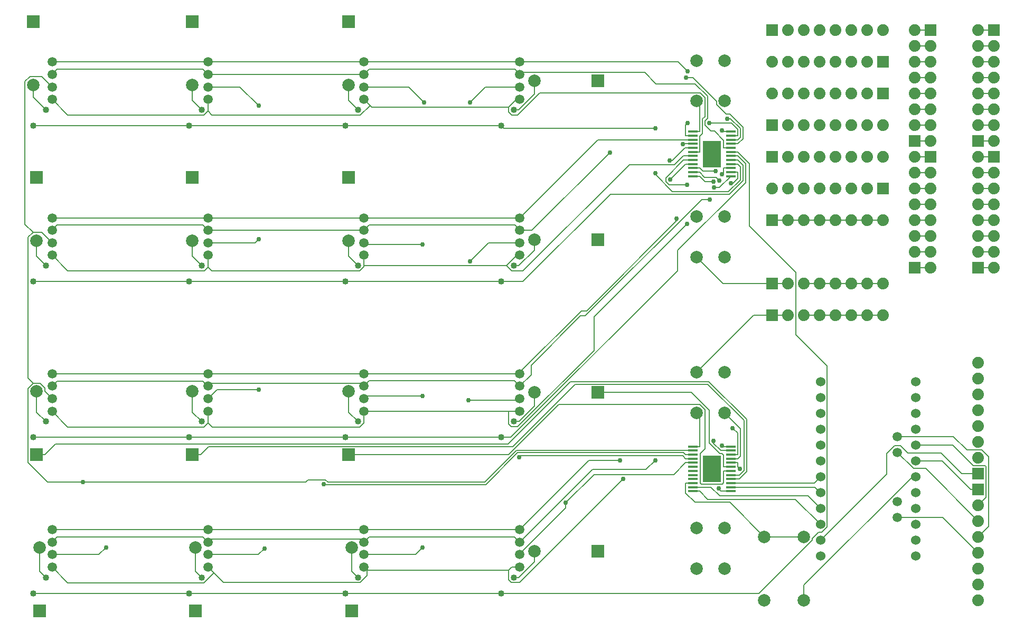
<source format=gbr>
G04 #@! TF.FileFunction,Copper,L2,Bot,Signal*
%FSLAX46Y46*%
G04 Gerber Fmt 4.6, Leading zero omitted, Abs format (unit mm)*
G04 Created by KiCad (PCBNEW 4.0.4-stable) date 11/18/16 13:20:27*
%MOMM*%
%LPD*%
G01*
G04 APERTURE LIST*
%ADD10C,0.100000*%
%ADD11C,1.998980*%
%ADD12R,1.998980X1.998980*%
%ADD13R,1.879600X1.879600*%
%ADD14C,1.879600*%
%ADD15C,2.000000*%
%ADD16R,1.650000X0.400000*%
%ADD17R,3.000000X4.320000*%
%ADD18C,1.524000*%
%ADD19C,1.500000*%
%ADD20C,1.508000*%
%ADD21C,1.016000*%
%ADD22C,0.749400*%
%ADD23C,0.203200*%
G04 APERTURE END LIST*
D10*
D11*
X70502540Y-138840000D03*
D12*
X70502540Y-149000000D03*
D11*
X70005040Y-113840000D03*
D12*
X70005040Y-124000000D03*
D11*
X69999960Y-89660000D03*
D12*
X69999960Y-79500000D03*
D11*
X69499960Y-64660000D03*
D12*
X69499960Y-54500000D03*
D11*
X95500040Y-138840000D03*
D12*
X95500040Y-149000000D03*
D11*
X95002540Y-113840000D03*
D12*
X95002540Y-124000000D03*
D11*
X94994960Y-89660000D03*
D12*
X94994960Y-79500000D03*
D11*
X94999960Y-64660000D03*
D12*
X94999960Y-54500000D03*
D11*
X120502540Y-138840000D03*
D12*
X120502540Y-149000000D03*
D11*
X120002540Y-113840000D03*
D12*
X120002540Y-124000000D03*
D11*
X119997460Y-89660000D03*
D12*
X119997460Y-79500000D03*
D11*
X120000460Y-64660000D03*
D12*
X120000460Y-54500000D03*
D11*
X149840000Y-139497460D03*
D12*
X160000000Y-139497460D03*
D11*
X149840000Y-114000460D03*
D12*
X160000000Y-114000460D03*
D11*
X149840000Y-89497460D03*
D12*
X160000000Y-89497460D03*
D11*
X149840000Y-63997460D03*
D12*
X160000000Y-63997460D03*
D13*
X213360000Y-55880000D03*
D14*
X213360000Y-58420000D03*
X213360000Y-60960000D03*
X213360000Y-63500000D03*
X213360000Y-66040000D03*
X213360000Y-68580000D03*
X213360000Y-71120000D03*
X213360000Y-73660000D03*
D13*
X210820000Y-73660000D03*
D14*
X210820000Y-71120000D03*
X210820000Y-68580000D03*
X210820000Y-66040000D03*
X210820000Y-63500000D03*
X210820000Y-60960000D03*
X210820000Y-58420000D03*
X210820000Y-55880000D03*
D15*
X180320000Y-142270000D03*
X175820000Y-142270000D03*
X180320000Y-135770000D03*
X175820000Y-135770000D03*
X180320000Y-117270000D03*
X175820000Y-117270000D03*
X180320000Y-110770000D03*
X175820000Y-110770000D03*
X180320000Y-92270000D03*
X175820000Y-92270000D03*
X180320000Y-85770000D03*
X175820000Y-85770000D03*
X180320000Y-67270000D03*
X175820000Y-67270000D03*
X180320000Y-60770000D03*
X175820000Y-60770000D03*
D16*
X175200000Y-72175000D03*
X175200000Y-72825000D03*
X175200000Y-73475000D03*
X175200000Y-74775000D03*
X175200000Y-74125000D03*
X175200000Y-75425000D03*
X175200000Y-76075000D03*
X175200000Y-76725000D03*
X175200000Y-77375000D03*
X175200000Y-78025000D03*
X181300000Y-72175000D03*
X181300000Y-72825000D03*
X181300000Y-73475000D03*
X181300000Y-74125000D03*
X181300000Y-74775000D03*
X181300000Y-75425000D03*
X181300000Y-76075000D03*
X181300000Y-76725000D03*
X181300000Y-77375000D03*
X181300000Y-78025000D03*
X181300000Y-78675000D03*
X181300000Y-79325000D03*
X175200000Y-79325000D03*
X175200000Y-78675000D03*
D17*
X178250000Y-75750000D03*
D16*
X175200000Y-122675000D03*
X175200000Y-123325000D03*
X175200000Y-123975000D03*
X175200000Y-125275000D03*
X175200000Y-124625000D03*
X175200000Y-125925000D03*
X175200000Y-126575000D03*
X175200000Y-127225000D03*
X175200000Y-127875000D03*
X175200000Y-128525000D03*
X181300000Y-122675000D03*
X181300000Y-123325000D03*
X181300000Y-123975000D03*
X181300000Y-124625000D03*
X181300000Y-125275000D03*
X181300000Y-125925000D03*
X181300000Y-126575000D03*
X181300000Y-127225000D03*
X181300000Y-127875000D03*
X181300000Y-128525000D03*
X181300000Y-129175000D03*
X181300000Y-129825000D03*
X175200000Y-129825000D03*
X175200000Y-129175000D03*
D17*
X178250000Y-126250000D03*
D18*
X195681000Y-112283000D03*
X195681000Y-114823000D03*
X195681000Y-117363000D03*
X195681000Y-119903000D03*
X195681000Y-122443000D03*
X195681000Y-124983000D03*
X195681000Y-127523000D03*
X195681000Y-130063000D03*
X195681000Y-132603000D03*
X195681000Y-135143000D03*
X195681000Y-137683000D03*
X195681000Y-140223000D03*
X210921000Y-112283000D03*
X210921000Y-114823000D03*
X210921000Y-117363000D03*
X210921000Y-119903000D03*
X210921000Y-122443000D03*
X210921000Y-124983000D03*
X210921000Y-127523000D03*
X210921000Y-130063000D03*
X210921000Y-132603000D03*
X210921000Y-135143000D03*
X210921000Y-137683000D03*
X210921000Y-140223000D03*
D19*
X208000000Y-121046000D03*
X208000000Y-123586000D03*
X208000000Y-131460000D03*
X208000000Y-134000000D03*
D13*
X187960000Y-96520000D03*
D14*
X190500000Y-96520000D03*
X193040000Y-96520000D03*
X195580000Y-96520000D03*
X198120000Y-96520000D03*
X200660000Y-96520000D03*
X203200000Y-96520000D03*
X205740000Y-96520000D03*
D13*
X213360000Y-76200000D03*
D14*
X213360000Y-78740000D03*
X213360000Y-81280000D03*
X213360000Y-83820000D03*
X213360000Y-86360000D03*
X213360000Y-88900000D03*
X213360000Y-91440000D03*
X213360000Y-93980000D03*
D13*
X210820000Y-93980000D03*
D14*
X210820000Y-91440000D03*
X210820000Y-88900000D03*
X210820000Y-86360000D03*
X210820000Y-83820000D03*
X210820000Y-81280000D03*
X210820000Y-78740000D03*
X210820000Y-76200000D03*
D13*
X187960000Y-76200000D03*
D14*
X190500000Y-76200000D03*
X193040000Y-76200000D03*
X195580000Y-76200000D03*
X198120000Y-76200000D03*
X200660000Y-76200000D03*
X203200000Y-76200000D03*
X205740000Y-76200000D03*
D13*
X205740000Y-81280000D03*
D14*
X203200000Y-81280000D03*
X200660000Y-81280000D03*
X198120000Y-81280000D03*
X195580000Y-81280000D03*
X193040000Y-81280000D03*
X190500000Y-81280000D03*
X187960000Y-81280000D03*
D13*
X220980000Y-93980000D03*
D14*
X220980000Y-91440000D03*
X220980000Y-88900000D03*
X220980000Y-86360000D03*
X220980000Y-83820000D03*
X220980000Y-81280000D03*
X220980000Y-78740000D03*
X220980000Y-76200000D03*
D13*
X223520000Y-76200000D03*
D14*
X223520000Y-78740000D03*
X223520000Y-81280000D03*
X223520000Y-83820000D03*
X223520000Y-86360000D03*
X223520000Y-88900000D03*
X223520000Y-91440000D03*
X223520000Y-93980000D03*
D13*
X205740000Y-60960000D03*
D14*
X203200000Y-60960000D03*
X200660000Y-60960000D03*
X198120000Y-60960000D03*
X195580000Y-60960000D03*
X193040000Y-60960000D03*
X190500000Y-60960000D03*
X187960000Y-60960000D03*
D13*
X187960000Y-55880000D03*
D14*
X190500000Y-55880000D03*
X193040000Y-55880000D03*
X195580000Y-55880000D03*
X198120000Y-55880000D03*
X200660000Y-55880000D03*
X203200000Y-55880000D03*
X205740000Y-55880000D03*
D13*
X223520000Y-55880000D03*
D14*
X223520000Y-58420000D03*
X223520000Y-60960000D03*
X223520000Y-63500000D03*
X223520000Y-66040000D03*
X223520000Y-68580000D03*
X223520000Y-71120000D03*
X223520000Y-73660000D03*
D13*
X220980000Y-73660000D03*
D14*
X220980000Y-71120000D03*
X220980000Y-68580000D03*
X220980000Y-66040000D03*
X220980000Y-63500000D03*
X220980000Y-60960000D03*
X220980000Y-58420000D03*
X220980000Y-55880000D03*
D13*
X205740000Y-66040000D03*
D14*
X203200000Y-66040000D03*
X200660000Y-66040000D03*
X198120000Y-66040000D03*
X195580000Y-66040000D03*
X193040000Y-66040000D03*
X190500000Y-66040000D03*
X187960000Y-66040000D03*
D13*
X187960000Y-71120000D03*
D14*
X190500000Y-71120000D03*
X193040000Y-71120000D03*
X195580000Y-71120000D03*
X198120000Y-71120000D03*
X200660000Y-71120000D03*
X203200000Y-71120000D03*
X205740000Y-71120000D03*
D13*
X187960000Y-101600000D03*
D14*
X190500000Y-101600000D03*
X193040000Y-101600000D03*
X195580000Y-101600000D03*
X198120000Y-101600000D03*
X200660000Y-101600000D03*
X203200000Y-101600000D03*
X205740000Y-101600000D03*
D13*
X187960000Y-86360000D03*
D14*
X190500000Y-86360000D03*
X193040000Y-86360000D03*
X195580000Y-86360000D03*
X198120000Y-86360000D03*
X200660000Y-86360000D03*
X203200000Y-86360000D03*
X205740000Y-86360000D03*
D13*
X220980000Y-127000000D03*
D14*
X220980000Y-124460000D03*
X220980000Y-121920000D03*
X220980000Y-119380000D03*
X220980000Y-116840000D03*
X220980000Y-114300000D03*
X220980000Y-111760000D03*
X220980000Y-109220000D03*
D13*
X220980000Y-129540000D03*
D14*
X220980000Y-132080000D03*
X220980000Y-134620000D03*
X220980000Y-137160000D03*
X220980000Y-139700000D03*
X220980000Y-142240000D03*
X220980000Y-144780000D03*
X220980000Y-147320000D03*
D11*
X193040000Y-147320000D03*
X193040000Y-137160000D03*
X186690000Y-137160000D03*
X186690000Y-147320000D03*
D20*
X122500000Y-90000000D03*
X122500000Y-88000000D03*
X122500000Y-86000000D03*
X122500000Y-92000000D03*
X122500000Y-65000000D03*
X122500000Y-63000000D03*
X122500000Y-61000000D03*
X122500000Y-67000000D03*
X147500000Y-90000000D03*
X147500000Y-88000000D03*
X147500000Y-86000000D03*
X147500000Y-92000000D03*
D21*
X146519000Y-93672000D03*
X144487000Y-96212000D03*
D20*
X147500000Y-65000000D03*
X147500000Y-63000000D03*
X147500000Y-61000000D03*
X147500000Y-67000000D03*
D21*
X146519000Y-68672000D03*
X144487000Y-71212000D03*
X121519000Y-93672000D03*
X119487000Y-96212000D03*
X121519000Y-68672000D03*
X119487000Y-71212000D03*
D20*
X122500000Y-140000000D03*
X122500000Y-138000000D03*
X122500000Y-136000000D03*
X122500000Y-142000000D03*
X122500000Y-115000000D03*
X122500000Y-113000000D03*
X122500000Y-111000000D03*
X122500000Y-117000000D03*
X147500000Y-140000000D03*
X147500000Y-138000000D03*
X147500000Y-136000000D03*
X147500000Y-142000000D03*
D21*
X146519000Y-143672000D03*
X144487000Y-146212000D03*
D20*
X147500000Y-115000000D03*
X147500000Y-113000000D03*
X147500000Y-111000000D03*
X147500000Y-117000000D03*
D21*
X146519000Y-118672000D03*
X144487000Y-121212000D03*
X121519000Y-143672000D03*
X119487000Y-146212000D03*
X121519000Y-118672000D03*
X119487000Y-121212000D03*
D20*
X72500000Y-140000000D03*
X72500000Y-138000000D03*
X72500000Y-136000000D03*
X72500000Y-142000000D03*
X72500000Y-115000000D03*
X72500000Y-113000000D03*
X72500000Y-111000000D03*
X72500000Y-117000000D03*
X97500000Y-140000000D03*
X97500000Y-138000000D03*
X97500000Y-136000000D03*
X97500000Y-142000000D03*
D21*
X96519000Y-143672000D03*
X94487000Y-146212000D03*
D20*
X97500000Y-115000000D03*
X97500000Y-113000000D03*
X97500000Y-111000000D03*
X97500000Y-117000000D03*
D21*
X96519000Y-118672000D03*
X94487000Y-121212000D03*
X71519000Y-143672000D03*
X69487000Y-146212000D03*
X71519000Y-118672000D03*
X69487000Y-121212000D03*
D20*
X72500000Y-90000000D03*
X72500000Y-88000000D03*
X72500000Y-86000000D03*
X72500000Y-92000000D03*
X72500000Y-65000000D03*
X72500000Y-63000000D03*
X72500000Y-61000000D03*
X72500000Y-67000000D03*
X97500000Y-90000000D03*
X97500000Y-88000000D03*
X97500000Y-86000000D03*
X97500000Y-92000000D03*
D21*
X96519000Y-93672000D03*
X94487000Y-96212000D03*
D20*
X97500000Y-65000000D03*
X97500000Y-63000000D03*
X97500000Y-61000000D03*
X97500000Y-67000000D03*
D21*
X96519000Y-68672000D03*
X94487000Y-71212000D03*
X71519000Y-93672000D03*
X69487000Y-96212000D03*
X71519000Y-68672000D03*
X69487000Y-71212000D03*
D22*
X178882100Y-78504700D03*
X177860100Y-70792100D03*
X169182800Y-124909400D03*
X171513000Y-76776300D03*
X163583100Y-124909400D03*
X171579700Y-79865200D03*
X164049600Y-127885800D03*
X139490500Y-92986100D03*
X154860500Y-131687500D03*
X139251100Y-115208600D03*
X139490500Y-67490800D03*
X77447300Y-128354200D03*
X81132000Y-138878900D03*
X180726400Y-70086400D03*
X177912900Y-83059700D03*
X173604600Y-74169100D03*
X172627700Y-86090200D03*
X174322000Y-80690600D03*
X174322000Y-86944300D03*
X174096400Y-63548000D03*
X161921000Y-75520400D03*
X174388800Y-70795800D03*
X174388800Y-62493100D03*
X169182800Y-78843000D03*
X169182800Y-71663500D03*
X105623000Y-89444400D03*
X105622900Y-113556700D03*
X105623000Y-68039500D03*
X116041900Y-128678100D03*
X106543800Y-139045900D03*
X131892800Y-90249700D03*
X132137800Y-67480000D03*
X131892800Y-138860000D03*
X147360300Y-124409500D03*
X131892800Y-114554600D03*
X179881800Y-72013800D03*
X179894700Y-122561500D03*
X182744200Y-126244100D03*
X181625200Y-119722900D03*
X178541900Y-121799200D03*
X179889400Y-79014500D03*
X181350900Y-80427000D03*
X179345700Y-129413300D03*
X178619600Y-81116900D03*
X178542300Y-80163900D03*
X179499900Y-80010800D03*
D23*
X70502500Y-142655500D02*
X70502500Y-138840000D01*
X71519000Y-143672000D02*
X70502500Y-142655500D01*
X181300000Y-127875000D02*
X182430100Y-127875000D01*
X70005000Y-124000000D02*
X71309600Y-124000000D01*
X73020900Y-122288700D02*
X71309600Y-124000000D01*
X145579000Y-122288700D02*
X73020900Y-122288700D01*
X155578600Y-112289100D02*
X145579000Y-122288700D01*
X177815100Y-112289100D02*
X155578600Y-112289100D01*
X183830700Y-118304700D02*
X177815100Y-112289100D01*
X183830700Y-126694300D02*
X183830700Y-118304700D01*
X182650000Y-127875000D02*
X183830700Y-126694300D01*
X182430100Y-127875000D02*
X182650000Y-127875000D01*
X70005000Y-117158000D02*
X70005000Y-113840000D01*
X71519000Y-118672000D02*
X70005000Y-117158000D01*
X70000000Y-92153000D02*
X70000000Y-89660000D01*
X71519000Y-93672000D02*
X70000000Y-92153000D01*
X69500000Y-66653000D02*
X69500000Y-64660000D01*
X71519000Y-68672000D02*
X69500000Y-66653000D01*
X95500000Y-142653000D02*
X95500000Y-138840000D01*
X96519000Y-143672000D02*
X95500000Y-142653000D01*
X181300000Y-127225000D02*
X182430100Y-127225000D01*
X95002500Y-124000000D02*
X96307100Y-124000000D01*
X97611700Y-122695400D02*
X96307100Y-124000000D01*
X146322700Y-122695400D02*
X97611700Y-122695400D01*
X156322200Y-112695900D02*
X146322700Y-122695400D01*
X177646700Y-112695900D02*
X156322200Y-112695900D01*
X183424000Y-118473200D02*
X177646700Y-112695900D01*
X183424000Y-126525800D02*
X183424000Y-118473200D01*
X182724800Y-127225000D02*
X183424000Y-126525800D01*
X182430100Y-127225000D02*
X182724800Y-127225000D01*
X95002500Y-117155500D02*
X95002500Y-113840000D01*
X96519000Y-118672000D02*
X95002500Y-117155500D01*
X94995000Y-92148000D02*
X94995000Y-89660000D01*
X96519000Y-93672000D02*
X94995000Y-92148000D01*
X95000000Y-67153000D02*
X95000000Y-64660000D01*
X96519000Y-68672000D02*
X95000000Y-67153000D01*
X120502500Y-142655500D02*
X121519000Y-143672000D01*
X120502500Y-138840000D02*
X120502500Y-142655500D01*
X145646000Y-124000000D02*
X120002500Y-124000000D01*
X153686200Y-115959800D02*
X145646000Y-124000000D01*
X176371400Y-115959800D02*
X153686200Y-115959800D01*
X177152600Y-116741000D02*
X176371400Y-115959800D01*
X177152600Y-123068600D02*
X177152600Y-116741000D01*
X176387500Y-123833700D02*
X177152600Y-123068600D01*
X176387500Y-128549300D02*
X176387500Y-123833700D01*
X176553400Y-128715200D02*
X176387500Y-128549300D01*
X179937600Y-128715200D02*
X176553400Y-128715200D01*
X180169900Y-128482900D02*
X179937600Y-128715200D01*
X180169900Y-126575000D02*
X180169900Y-128482900D01*
X181300000Y-126575000D02*
X180169900Y-126575000D01*
X120002500Y-117155500D02*
X120002500Y-113840000D01*
X121519000Y-118672000D02*
X120002500Y-117155500D01*
X119997500Y-92150500D02*
X119997500Y-89660000D01*
X121519000Y-93672000D02*
X119997500Y-92150500D01*
X120000500Y-67153500D02*
X120000500Y-64660000D01*
X121519000Y-68672000D02*
X120000500Y-67153500D01*
X149840000Y-141165800D02*
X149840000Y-139497500D01*
X147333800Y-143672000D02*
X149840000Y-141165800D01*
X146519000Y-143672000D02*
X147333800Y-143672000D01*
X174987700Y-114000500D02*
X160000000Y-114000500D01*
X177856800Y-116869600D02*
X174987700Y-114000500D01*
X177856800Y-122129700D02*
X177856800Y-116869600D01*
X179511900Y-123784800D02*
X177856800Y-122129700D01*
X179905900Y-123784800D02*
X179511900Y-123784800D01*
X180169900Y-124048800D02*
X179905900Y-123784800D01*
X180169900Y-125925000D02*
X180169900Y-124048800D01*
X181300000Y-125925000D02*
X180169900Y-125925000D01*
X147347800Y-118672000D02*
X146519000Y-118672000D01*
X149840000Y-116179800D02*
X147347800Y-118672000D01*
X149840000Y-114000500D02*
X149840000Y-116179800D01*
X149840000Y-91158000D02*
X149840000Y-89497500D01*
X147326000Y-93672000D02*
X149840000Y-91158000D01*
X146519000Y-93672000D02*
X147326000Y-93672000D01*
X149840000Y-66164000D02*
X149840000Y-63997500D01*
X147332000Y-68672000D02*
X149840000Y-66164000D01*
X146519000Y-68672000D02*
X147332000Y-68672000D01*
X205740000Y-101600000D02*
X203200000Y-101600000D01*
X203200000Y-101600000D02*
X200660000Y-101600000D01*
X200660000Y-101600000D02*
X198120000Y-101600000D01*
X198120000Y-101600000D02*
X195580000Y-101600000D01*
X195580000Y-101600000D02*
X193040000Y-101600000D01*
X190500000Y-101600000D02*
X187960000Y-101600000D01*
X205740000Y-96520000D02*
X203200000Y-96520000D01*
X203200000Y-96520000D02*
X200660000Y-96520000D01*
X200660000Y-96520000D02*
X198120000Y-96520000D01*
X198120000Y-96520000D02*
X195580000Y-96520000D01*
X195580000Y-96520000D02*
X193040000Y-96520000D01*
X190500000Y-96520000D02*
X187960000Y-96520000D01*
X184990000Y-101600000D02*
X187960000Y-101600000D01*
X175820000Y-110770000D02*
X184990000Y-101600000D01*
X176330100Y-117780100D02*
X176330100Y-122675000D01*
X175820000Y-117270000D02*
X176330100Y-117780100D01*
X175200000Y-122675000D02*
X176330100Y-122675000D01*
X176330100Y-67780100D02*
X176330100Y-72175000D01*
X175820000Y-67270000D02*
X176330100Y-67780100D01*
X180070000Y-96520000D02*
X187960000Y-96520000D01*
X175820000Y-92270000D02*
X180070000Y-96520000D01*
X175200000Y-72175000D02*
X176330100Y-72175000D01*
X205740000Y-86360000D02*
X203200000Y-86360000D01*
X203200000Y-86360000D02*
X200660000Y-86360000D01*
X200660000Y-86360000D02*
X198120000Y-86360000D01*
X198120000Y-86360000D02*
X195580000Y-86360000D01*
X195580000Y-86360000D02*
X193040000Y-86360000D01*
X193040000Y-86360000D02*
X190500000Y-86360000D01*
X190500000Y-86360000D02*
X187960000Y-86360000D01*
X176809800Y-78504700D02*
X178882100Y-78504700D01*
X176330100Y-78025000D02*
X176809800Y-78504700D01*
X175200000Y-78025000D02*
X176330100Y-78025000D01*
X193040000Y-137160000D02*
X186690000Y-137160000D01*
X174069900Y-130156100D02*
X174069900Y-128525000D01*
X175533200Y-131619400D02*
X174069900Y-130156100D01*
X181149400Y-131619400D02*
X175533200Y-131619400D01*
X186690000Y-137160000D02*
X181149400Y-131619400D01*
X175200000Y-128525000D02*
X174069900Y-128525000D01*
X218297500Y-127000000D02*
X220980000Y-127000000D01*
X215010500Y-123713000D02*
X218297500Y-127000000D01*
X209656800Y-123713000D02*
X215010500Y-123713000D01*
X208469200Y-122525400D02*
X209656800Y-123713000D01*
X207556900Y-122525400D02*
X208469200Y-122525400D01*
X206277400Y-123804900D02*
X207556900Y-122525400D01*
X206277400Y-127086600D02*
X206277400Y-123804900D01*
X195681000Y-137683000D02*
X206277400Y-127086600D01*
X220980000Y-129540000D02*
X219735100Y-129540000D01*
X215178100Y-124983000D02*
X219735100Y-129540000D01*
X210921000Y-124983000D02*
X215178100Y-124983000D01*
X222225000Y-130835000D02*
X220980000Y-132080000D01*
X222225000Y-125882100D02*
X222225000Y-130835000D01*
X222097900Y-125755000D02*
X222225000Y-125882100D01*
X220191600Y-125755000D02*
X222097900Y-125755000D01*
X216879600Y-122443000D02*
X220191600Y-125755000D01*
X210921000Y-122443000D02*
X216879600Y-122443000D01*
X210595100Y-126181100D02*
X208000000Y-123586000D01*
X212541100Y-126181100D02*
X210595100Y-126181100D01*
X220980000Y-134620000D02*
X212541100Y-126181100D01*
X222652700Y-135487300D02*
X220980000Y-137160000D01*
X222652700Y-124301400D02*
X222652700Y-135487300D01*
X221541300Y-123190000D02*
X222652700Y-124301400D01*
X219142200Y-123190000D02*
X221541300Y-123190000D01*
X216998200Y-121046000D02*
X219142200Y-123190000D01*
X208000000Y-121046000D02*
X216998200Y-121046000D01*
X215280000Y-134000000D02*
X220980000Y-139700000D01*
X208000000Y-134000000D02*
X215280000Y-134000000D01*
X210820000Y-55880000D02*
X213360000Y-55880000D01*
X210820000Y-58420000D02*
X213360000Y-58420000D01*
X210820000Y-60960000D02*
X213360000Y-60960000D01*
X210820000Y-63500000D02*
X213360000Y-63500000D01*
X210820000Y-66040000D02*
X213360000Y-66040000D01*
X210820000Y-68580000D02*
X213360000Y-68580000D01*
X210820000Y-71120000D02*
X213360000Y-71120000D01*
X210820000Y-73660000D02*
X213360000Y-73660000D01*
X73310200Y-137189800D02*
X72500000Y-138000000D01*
X96689800Y-137189800D02*
X73310200Y-137189800D01*
X97500000Y-138000000D02*
X96689800Y-137189800D01*
X97976200Y-137523800D02*
X97500000Y-138000000D01*
X122023800Y-137523800D02*
X97976200Y-137523800D01*
X122500000Y-138000000D02*
X122023800Y-137523800D01*
X123347900Y-137152100D02*
X122500000Y-138000000D01*
X146652100Y-137152100D02*
X123347900Y-137152100D01*
X147500000Y-138000000D02*
X146652100Y-137152100D01*
X181400800Y-70792100D02*
X177860100Y-70792100D01*
X182430100Y-71821400D02*
X181400800Y-70792100D01*
X182430100Y-72825000D02*
X182430100Y-71821400D01*
X181300000Y-72825000D02*
X182430100Y-72825000D01*
X167724200Y-126368000D02*
X169182800Y-124909400D01*
X159132000Y-126368000D02*
X167724200Y-126368000D01*
X147500000Y-138000000D02*
X159132000Y-126368000D01*
X97500000Y-136000000D02*
X72500000Y-136000000D01*
X122500000Y-136000000D02*
X97500000Y-136000000D01*
X147500000Y-136000000D02*
X122500000Y-136000000D01*
X158590600Y-124909400D02*
X147500000Y-136000000D01*
X163583100Y-124909400D02*
X158590600Y-124909400D01*
X173960200Y-74775000D02*
X175200000Y-74775000D01*
X171958900Y-76776300D02*
X173960200Y-74775000D01*
X171513000Y-76776300D02*
X171958900Y-76776300D01*
X175200000Y-77375000D02*
X174069900Y-77375000D01*
X146218100Y-142000000D02*
X145687000Y-142531100D01*
X147500000Y-142000000D02*
X146218100Y-142000000D01*
X96864400Y-144505400D02*
X98434900Y-142934900D01*
X75005400Y-144505400D02*
X96864400Y-144505400D01*
X72500000Y-142000000D02*
X75005400Y-144505400D01*
X98434900Y-142934900D02*
X97500000Y-142000000D01*
X99985200Y-144485200D02*
X98434900Y-142934900D01*
X121888500Y-144485200D02*
X99985200Y-144485200D01*
X123031100Y-143342600D02*
X121888500Y-144485200D01*
X123031100Y-142531100D02*
X123031100Y-143342600D01*
X145687000Y-142531100D02*
X123031100Y-142531100D01*
X123031100Y-142531100D02*
X122500000Y-142000000D01*
X174069900Y-77375000D02*
X171579700Y-79865200D01*
X147450200Y-144485200D02*
X164049600Y-127885800D01*
X146112900Y-144485200D02*
X147450200Y-144485200D01*
X145687000Y-144059300D02*
X146112900Y-144485200D01*
X145687000Y-142531100D02*
X145687000Y-144059300D01*
X119487000Y-146212000D02*
X144487000Y-146212000D01*
X185856500Y-146212000D02*
X144487000Y-146212000D01*
X194382500Y-137686000D02*
X185856500Y-146212000D01*
X194382500Y-137426300D02*
X194382500Y-137686000D01*
X195395800Y-136413000D02*
X194382500Y-137426300D01*
X195931600Y-136413000D02*
X195395800Y-136413000D01*
X196768900Y-135575700D02*
X195931600Y-136413000D01*
X196768900Y-109741000D02*
X196768900Y-135575700D01*
X191744900Y-104717000D02*
X196768900Y-109741000D01*
X191744900Y-94767600D02*
X191744900Y-104717000D01*
X184314100Y-87336800D02*
X191744900Y-94767600D01*
X184314100Y-77309000D02*
X184314100Y-87336800D01*
X182430100Y-75425000D02*
X184314100Y-77309000D01*
X181300000Y-75425000D02*
X182430100Y-75425000D01*
X119487000Y-146212000D02*
X94487000Y-146212000D01*
X94487000Y-146212000D02*
X69487000Y-146212000D01*
X142476600Y-90000000D02*
X147500000Y-90000000D01*
X139490500Y-92986100D02*
X142476600Y-90000000D01*
X175200000Y-125275000D02*
X174069900Y-125275000D01*
X154860500Y-132518600D02*
X154860500Y-131687500D01*
X147500000Y-139879100D02*
X154860500Y-132518600D01*
X147500000Y-140000000D02*
X147500000Y-139879100D01*
X147291400Y-115208600D02*
X147500000Y-115000000D01*
X139251100Y-115208600D02*
X147291400Y-115208600D01*
X141981300Y-65000000D02*
X139490500Y-67490800D01*
X147500000Y-65000000D02*
X141981300Y-65000000D01*
X172162600Y-127182300D02*
X174069900Y-125275000D01*
X159365700Y-127182300D02*
X172162600Y-127182300D01*
X154860500Y-131687500D02*
X159365700Y-127182300D01*
X68163300Y-87051400D02*
X69451000Y-88339100D01*
X68163300Y-64128700D02*
X68163300Y-87051400D01*
X68947100Y-63344900D02*
X68163300Y-64128700D01*
X70844900Y-63344900D02*
X68947100Y-63344900D01*
X72500000Y-65000000D02*
X70844900Y-63344900D01*
X70839100Y-88339100D02*
X72500000Y-90000000D01*
X69451000Y-88339100D02*
X70839100Y-88339100D01*
X70557000Y-112502100D02*
X69483300Y-112502100D01*
X71309700Y-113254800D02*
X70557000Y-112502100D01*
X71309700Y-113809700D02*
X71309700Y-113254800D01*
X72500000Y-115000000D02*
X71309700Y-113809700D01*
X68668700Y-89121400D02*
X69451000Y-88339100D01*
X68668700Y-111687500D02*
X68668700Y-89121400D01*
X69483300Y-112502100D02*
X68668700Y-111687500D01*
X175200000Y-123325000D02*
X174069900Y-123325000D01*
X68623900Y-113361500D02*
X69483300Y-112502100D01*
X68623900Y-125203900D02*
X68623900Y-113361500D01*
X71774200Y-128354200D02*
X68623900Y-125203900D01*
X77447300Y-128354200D02*
X71774200Y-128354200D01*
X80010900Y-140000000D02*
X72500000Y-140000000D01*
X81132000Y-138878900D02*
X80010900Y-140000000D01*
X113177400Y-128354200D02*
X77447300Y-128354200D01*
X113533300Y-127998300D02*
X113177400Y-128354200D01*
X116323600Y-127998300D02*
X113533300Y-127998300D01*
X116691000Y-128365700D02*
X116323600Y-127998300D01*
X141855600Y-128365700D02*
X116691000Y-128365700D01*
X146974700Y-123246600D02*
X141855600Y-128365700D01*
X173991500Y-123246600D02*
X146974700Y-123246600D01*
X174069900Y-123325000D02*
X173991500Y-123246600D01*
X123347900Y-112152100D02*
X122500000Y-113000000D01*
X146652100Y-112152100D02*
X123347900Y-112152100D01*
X147500000Y-113000000D02*
X146652100Y-112152100D01*
X97976200Y-112523800D02*
X97500000Y-113000000D01*
X122023800Y-112523800D02*
X97976200Y-112523800D01*
X122500000Y-113000000D02*
X122023800Y-112523800D01*
X73310200Y-112189800D02*
X72500000Y-113000000D01*
X96689800Y-112189800D02*
X73310200Y-112189800D01*
X97500000Y-113000000D02*
X96689800Y-112189800D01*
X181277900Y-70086400D02*
X180726400Y-70086400D01*
X182845600Y-71654100D02*
X181277900Y-70086400D01*
X182845600Y-73059500D02*
X182845600Y-71654100D01*
X182430100Y-73475000D02*
X182845600Y-73059500D01*
X181300000Y-73475000D02*
X182430100Y-73475000D01*
X176636800Y-83059700D02*
X177912900Y-83059700D01*
X157974300Y-101722200D02*
X176636800Y-83059700D01*
X157203600Y-101722200D02*
X157974300Y-101722200D01*
X149295400Y-109630400D02*
X157203600Y-101722200D01*
X149295400Y-111204600D02*
X149295400Y-109630400D01*
X147500000Y-113000000D02*
X149295400Y-111204600D01*
X147500000Y-111000000D02*
X122500000Y-111000000D01*
X122500000Y-111000000D02*
X97500000Y-111000000D01*
X97500000Y-111000000D02*
X72500000Y-111000000D01*
X173648700Y-74125000D02*
X173604600Y-74169100D01*
X175200000Y-74125000D02*
X173648700Y-74125000D01*
X147500000Y-110762100D02*
X147500000Y-111000000D01*
X157345700Y-100916400D02*
X147500000Y-110762100D01*
X158204800Y-100916400D02*
X157345700Y-100916400D01*
X172627700Y-86493500D02*
X158204800Y-100916400D01*
X172627700Y-86090200D02*
X172627700Y-86493500D01*
X97500000Y-117000000D02*
X97500000Y-118895000D01*
X75025900Y-119525900D02*
X72500000Y-117000000D01*
X96869100Y-119525900D02*
X75025900Y-119525900D01*
X97500000Y-118895000D02*
X96869100Y-119525900D01*
X122500000Y-118846400D02*
X122500000Y-117000000D01*
X121795600Y-119550800D02*
X122500000Y-118846400D01*
X98155800Y-119550800D02*
X121795600Y-119550800D01*
X97500000Y-118895000D02*
X98155800Y-119550800D01*
X159359400Y-101906900D02*
X174322000Y-86944300D01*
X159359400Y-107299600D02*
X159359400Y-101906900D01*
X147153900Y-119505100D02*
X159359400Y-107299600D01*
X146122300Y-119505100D02*
X147153900Y-119505100D01*
X145653400Y-119036200D02*
X146122300Y-119505100D01*
X145653400Y-117000000D02*
X145653400Y-119036200D01*
X122500000Y-117000000D02*
X145653400Y-117000000D01*
X145653400Y-117000000D02*
X147500000Y-117000000D01*
X171425800Y-80690600D02*
X174322000Y-80690600D01*
X170894500Y-80159300D02*
X171425800Y-80690600D01*
X170894500Y-79562400D02*
X170894500Y-80159300D01*
X173731900Y-76725000D02*
X170894500Y-79562400D01*
X175200000Y-76725000D02*
X173731900Y-76725000D01*
X69487000Y-121212000D02*
X94487000Y-121212000D01*
X119487000Y-121212000D02*
X94487000Y-121212000D01*
X119487000Y-121212000D02*
X144487000Y-121212000D01*
X181300000Y-76075000D02*
X182430100Y-76075000D01*
X183671300Y-77316200D02*
X182430100Y-76075000D01*
X183671300Y-80321100D02*
X183671300Y-77316200D01*
X172754600Y-91237800D02*
X183671300Y-80321100D01*
X172754600Y-94479600D02*
X172754600Y-91237800D01*
X146022200Y-121212000D02*
X172754600Y-94479600D01*
X144487000Y-121212000D02*
X146022200Y-121212000D01*
X122500000Y-88000000D02*
X97500000Y-88000000D01*
X73323200Y-87176800D02*
X72500000Y-88000000D01*
X96676800Y-87176800D02*
X73323200Y-87176800D01*
X97500000Y-88000000D02*
X96676800Y-87176800D01*
X123323200Y-87176800D02*
X122500000Y-88000000D01*
X146676800Y-87176800D02*
X123323200Y-87176800D01*
X147500000Y-88000000D02*
X146676800Y-87176800D01*
X149441400Y-88000000D02*
X147500000Y-88000000D01*
X161921000Y-75520400D02*
X149441400Y-88000000D01*
X181300000Y-74125000D02*
X182430100Y-74125000D01*
X175274200Y-63548000D02*
X174096400Y-63548000D01*
X179014800Y-67288600D02*
X175274200Y-63548000D01*
X179014800Y-67845500D02*
X179014800Y-67288600D01*
X180543400Y-69374100D02*
X179014800Y-67845500D01*
X181140800Y-69374100D02*
X180543400Y-69374100D01*
X183252300Y-71485600D02*
X181140800Y-69374100D01*
X183252300Y-73302800D02*
X183252300Y-71485600D01*
X182430100Y-74125000D02*
X183252300Y-73302800D01*
X97500000Y-86000000D02*
X72500000Y-86000000D01*
X97500000Y-86000000D02*
X122500000Y-86000000D01*
X122500000Y-86000000D02*
X147500000Y-86000000D01*
X160025000Y-73475000D02*
X147500000Y-86000000D01*
X175200000Y-73475000D02*
X160025000Y-73475000D01*
X97500000Y-92000000D02*
X97500000Y-93904400D01*
X75020700Y-94520700D02*
X72500000Y-92000000D01*
X96883700Y-94520700D02*
X75020700Y-94520700D01*
X97500000Y-93904400D02*
X96883700Y-94520700D01*
X122500000Y-93846400D02*
X122500000Y-93667200D01*
X121850800Y-94495600D02*
X122500000Y-93846400D01*
X98091200Y-94495600D02*
X121850800Y-94495600D01*
X97500000Y-93904400D02*
X98091200Y-94495600D01*
X122500000Y-93667200D02*
X122500000Y-92000000D01*
X145345100Y-93667200D02*
X145345200Y-93667200D01*
X122500000Y-93667200D02*
X145345100Y-93667200D01*
X147012400Y-92000000D02*
X147500000Y-92000000D01*
X145345200Y-93667200D02*
X147012400Y-92000000D01*
X146187800Y-94509900D02*
X145345200Y-93667200D01*
X148006900Y-94509900D02*
X146187800Y-94509900D01*
X165047500Y-77469300D02*
X148006900Y-94509900D01*
X172300500Y-77469300D02*
X165047500Y-77469300D01*
X173694800Y-76075000D02*
X172300500Y-77469300D01*
X175200000Y-76075000D02*
X173694800Y-76075000D01*
X69487000Y-96212000D02*
X94487000Y-96212000D01*
X144487000Y-96212000D02*
X119487000Y-96212000D01*
X119487000Y-96212000D02*
X94487000Y-96212000D01*
X147986500Y-96212000D02*
X144487000Y-96212000D01*
X161995000Y-82203500D02*
X147986500Y-96212000D01*
X181115100Y-82203500D02*
X161995000Y-82203500D01*
X183264500Y-80054100D02*
X181115100Y-82203500D01*
X183264500Y-77559400D02*
X183264500Y-80054100D01*
X182430100Y-76725000D02*
X183264500Y-77559400D01*
X181300000Y-76725000D02*
X182430100Y-76725000D01*
X122500000Y-63000000D02*
X97500000Y-63000000D01*
X73323200Y-62176800D02*
X72500000Y-63000000D01*
X96676800Y-62176800D02*
X73323200Y-62176800D01*
X97500000Y-63000000D02*
X96676800Y-62176800D01*
X123323200Y-62176800D02*
X122500000Y-63000000D01*
X146676800Y-62176800D02*
X123323200Y-62176800D01*
X147500000Y-63000000D02*
X146676800Y-62176800D01*
X147831200Y-62668800D02*
X147500000Y-63000000D01*
X167508600Y-62668800D02*
X147831200Y-62668800D01*
X169334200Y-64494400D02*
X167508600Y-62668800D01*
X175599000Y-64494400D02*
X169334200Y-64494400D01*
X177597300Y-66492700D02*
X175599000Y-64494400D01*
X177597300Y-70001900D02*
X177597300Y-66492700D01*
X177174600Y-70424600D02*
X177597300Y-70001900D01*
X177174600Y-71139600D02*
X177174600Y-70424600D01*
X178113300Y-72078300D02*
X177174600Y-71139600D01*
X178676700Y-72078300D02*
X178113300Y-72078300D01*
X180169900Y-73571500D02*
X178676700Y-72078300D01*
X180169900Y-74775000D02*
X180169900Y-73571500D01*
X181300000Y-74775000D02*
X180169900Y-74775000D01*
X72500000Y-61000000D02*
X97500000Y-61000000D01*
X97500000Y-61000000D02*
X122500000Y-61000000D01*
X147500000Y-61000000D02*
X122500000Y-61000000D01*
X174069900Y-71114700D02*
X174388800Y-70795800D01*
X174069900Y-72825000D02*
X174069900Y-71114700D01*
X175200000Y-72825000D02*
X174069900Y-72825000D01*
X172895700Y-61000000D02*
X147500000Y-61000000D01*
X174388800Y-62493100D02*
X172895700Y-61000000D01*
X97500000Y-67000000D02*
X97500000Y-68856900D01*
X75024200Y-69524200D02*
X72500000Y-67000000D01*
X96832700Y-69524200D02*
X75024200Y-69524200D01*
X97500000Y-68856900D02*
X96832700Y-69524200D01*
X121923100Y-69497500D02*
X123460300Y-67960300D01*
X98140600Y-69497500D02*
X121923100Y-69497500D01*
X97500000Y-68856900D02*
X98140600Y-69497500D01*
X123460300Y-67960300D02*
X122500000Y-67000000D01*
X123739800Y-68239800D02*
X145682100Y-68239800D01*
X123460300Y-67960300D02*
X123739800Y-68239800D01*
X146921900Y-67000000D02*
X147500000Y-67000000D01*
X145682100Y-68239800D02*
X146921900Y-67000000D01*
X175200000Y-75425000D02*
X176330100Y-75425000D01*
X176330100Y-72922800D02*
X176330100Y-75425000D01*
X176767900Y-72485000D02*
X176330100Y-72922800D01*
X176767900Y-70147000D02*
X176767900Y-72485000D01*
X177174600Y-69740300D02*
X176767900Y-70147000D01*
X177174600Y-66710000D02*
X177174600Y-69740300D01*
X176399300Y-65934700D02*
X177174600Y-66710000D01*
X150679200Y-65934700D02*
X176399300Y-65934700D01*
X147089900Y-69524000D02*
X150679200Y-65934700D01*
X146197100Y-69524000D02*
X147089900Y-69524000D01*
X145682100Y-69009000D02*
X146197100Y-69524000D01*
X145682100Y-68239800D02*
X145682100Y-69009000D01*
X69487000Y-71212000D02*
X94487000Y-71212000D01*
X119487000Y-71212000D02*
X94487000Y-71212000D01*
X119487000Y-71212000D02*
X144487000Y-71212000D01*
X144938500Y-71663500D02*
X144487000Y-71212000D01*
X169182800Y-71663500D02*
X144938500Y-71663500D01*
X181300000Y-77375000D02*
X182430100Y-77375000D01*
X169182800Y-79022800D02*
X169182800Y-78843000D01*
X171956800Y-81796800D02*
X169182800Y-79022800D01*
X180946500Y-81796800D02*
X171956800Y-81796800D01*
X182839900Y-79903400D02*
X180946500Y-81796800D01*
X182839900Y-77784800D02*
X182839900Y-79903400D01*
X182430100Y-77375000D02*
X182839900Y-77784800D01*
X98943300Y-113556700D02*
X97500000Y-115000000D01*
X105622900Y-113556700D02*
X98943300Y-113556700D01*
X102583500Y-65000000D02*
X105623000Y-68039500D01*
X97500000Y-65000000D02*
X102583500Y-65000000D01*
X105067400Y-90000000D02*
X105623000Y-89444400D01*
X97500000Y-90000000D02*
X105067400Y-90000000D01*
X116157300Y-128793500D02*
X116041900Y-128678100D01*
X142003100Y-128793500D02*
X116157300Y-128793500D01*
X147143000Y-123653600D02*
X142003100Y-128793500D01*
X173748500Y-123653600D02*
X147143000Y-123653600D01*
X174069900Y-123975000D02*
X173748500Y-123653600D01*
X175200000Y-123975000D02*
X174069900Y-123975000D01*
X105589700Y-140000000D02*
X97500000Y-140000000D01*
X106543800Y-139045900D02*
X105589700Y-140000000D01*
X122749700Y-90249700D02*
X122500000Y-90000000D01*
X131892800Y-90249700D02*
X122749700Y-90249700D01*
X129657800Y-65000000D02*
X122500000Y-65000000D01*
X132137800Y-67480000D02*
X129657800Y-65000000D01*
X130752800Y-140000000D02*
X122500000Y-140000000D01*
X131892800Y-138860000D02*
X130752800Y-140000000D01*
X122945400Y-114554600D02*
X122500000Y-115000000D01*
X131892800Y-114554600D02*
X122945400Y-114554600D01*
X175200000Y-124625000D02*
X174069900Y-124625000D01*
X147595700Y-124174100D02*
X147360300Y-124409500D01*
X173619000Y-124174100D02*
X147595700Y-124174100D01*
X174069900Y-124625000D02*
X173619000Y-124174100D01*
X210418800Y-127523000D02*
X210921000Y-127523000D01*
X193040000Y-144901800D02*
X210418800Y-127523000D01*
X193040000Y-147320000D02*
X193040000Y-144901800D01*
X181300000Y-72175000D02*
X180169900Y-72175000D01*
X180008700Y-72013800D02*
X179881800Y-72013800D01*
X180169900Y-72175000D02*
X180008700Y-72013800D01*
X181300000Y-122675000D02*
X180169900Y-122675000D01*
X180056400Y-122561500D02*
X179894700Y-122561500D01*
X180169900Y-122675000D02*
X180056400Y-122561500D01*
X182430100Y-125930000D02*
X182744200Y-126244100D01*
X182430100Y-125275000D02*
X182430100Y-125930000D01*
X181300000Y-125275000D02*
X182430100Y-125275000D01*
X181300000Y-124625000D02*
X182430100Y-124625000D01*
X182839400Y-119789400D02*
X180320000Y-117270000D01*
X182839400Y-124215700D02*
X182839400Y-119789400D01*
X182430100Y-124625000D02*
X182839400Y-124215700D01*
X182430100Y-120527800D02*
X181625200Y-119722900D01*
X182430100Y-123975000D02*
X182430100Y-120527800D01*
X181300000Y-123975000D02*
X182430100Y-123975000D01*
X181300000Y-123325000D02*
X180169900Y-123325000D01*
X179696800Y-123325000D02*
X180169900Y-123325000D01*
X178541900Y-122170100D02*
X179696800Y-123325000D01*
X178541900Y-121799200D02*
X178541900Y-122170100D01*
X180169900Y-78734000D02*
X179889400Y-79014500D01*
X180169900Y-78025000D02*
X180169900Y-78734000D01*
X181300000Y-78025000D02*
X180169900Y-78025000D01*
X181300000Y-78675000D02*
X182430100Y-78675000D01*
X181668400Y-80427000D02*
X181350900Y-80427000D01*
X182430100Y-79665300D02*
X181668400Y-80427000D01*
X182430100Y-78675000D02*
X182430100Y-79665300D01*
X179508100Y-81116900D02*
X178619600Y-81116900D01*
X181300000Y-79325000D02*
X179508100Y-81116900D01*
X179757400Y-129825000D02*
X179345700Y-129413300D01*
X181300000Y-129825000D02*
X179757400Y-129825000D01*
X175200000Y-79325000D02*
X176330100Y-79325000D01*
X177169000Y-80163900D02*
X178542300Y-80163900D01*
X176330100Y-79325000D02*
X177169000Y-80163900D01*
X175200000Y-78675000D02*
X176330100Y-78675000D01*
X178970000Y-79480900D02*
X179499900Y-80010800D01*
X177136000Y-79480900D02*
X178970000Y-79480900D01*
X176330100Y-78675000D02*
X177136000Y-79480900D01*
X194679000Y-128525000D02*
X195681000Y-127523000D01*
X181300000Y-128525000D02*
X194679000Y-128525000D01*
X194793000Y-129175000D02*
X182430100Y-129175000D01*
X195681000Y-130063000D02*
X194793000Y-129175000D01*
X181300000Y-129175000D02*
X182430100Y-129175000D01*
X177636300Y-131131200D02*
X176330100Y-129825000D01*
X191669200Y-131131200D02*
X177636300Y-131131200D01*
X195681000Y-135143000D02*
X191669200Y-131131200D01*
X175200000Y-129825000D02*
X176330100Y-129825000D01*
X193660100Y-130582100D02*
X195681000Y-132603000D01*
X179553000Y-130582100D02*
X193660100Y-130582100D01*
X178145900Y-129175000D02*
X179553000Y-130582100D01*
X175200000Y-129175000D02*
X178145900Y-129175000D01*
X210820000Y-76200000D02*
X213360000Y-76200000D01*
X210820000Y-78740000D02*
X213360000Y-78740000D01*
X210820000Y-81280000D02*
X213360000Y-81280000D01*
X210820000Y-83820000D02*
X213360000Y-83820000D01*
X210820000Y-86360000D02*
X213360000Y-86360000D01*
X210820000Y-88900000D02*
X213360000Y-88900000D01*
X210820000Y-91440000D02*
X213360000Y-91440000D01*
X210820000Y-93980000D02*
X213360000Y-93980000D01*
X223520000Y-93980000D02*
X220980000Y-93980000D01*
X223520000Y-91440000D02*
X220980000Y-91440000D01*
X223520000Y-88900000D02*
X220980000Y-88900000D01*
X223520000Y-86360000D02*
X220980000Y-86360000D01*
X223520000Y-83820000D02*
X220980000Y-83820000D01*
X223520000Y-81280000D02*
X220980000Y-81280000D01*
X223520000Y-78740000D02*
X220980000Y-78740000D01*
X223520000Y-76200000D02*
X220980000Y-76200000D01*
X220980000Y-55880000D02*
X223520000Y-55880000D01*
X220980000Y-58420000D02*
X223520000Y-58420000D01*
X220980000Y-60960000D02*
X223520000Y-60960000D01*
X220980000Y-63500000D02*
X223520000Y-63500000D01*
X220980000Y-66040000D02*
X223520000Y-66040000D01*
X220980000Y-68580000D02*
X223520000Y-68580000D01*
X220980000Y-71120000D02*
X223520000Y-71120000D01*
X220980000Y-73660000D02*
X223520000Y-73660000D01*
M02*

</source>
